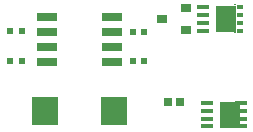
<source format=gtp>
G04*
G04 #@! TF.GenerationSoftware,Altium Limited,Altium Designer,22.3.1 (43)*
G04*
G04 Layer_Color=8421504*
%FSLAX25Y25*%
%MOIN*%
G70*
G04*
G04 #@! TF.SameCoordinates,C5F4699D-FB43-4DF1-913B-A25CA7802ECB*
G04*
G04*
G04 #@! TF.FilePolarity,Positive*
G04*
G01*
G75*
%ADD12R,0.00984X0.00303*%
%ADD13R,0.06791X0.08799*%
%ADD14R,0.02008X0.01595*%
%ADD15R,0.03898X0.01595*%
%ADD16R,0.03543X0.03150*%
%ADD17R,0.07008X0.02835*%
%ADD18R,0.08661X0.09252*%
%ADD19R,0.02165X0.02165*%
%ADD20R,0.02362X0.02362*%
%ADD21R,0.02992X0.02835*%
D12*
X36122Y11197D02*
D03*
Y20299D02*
D03*
D13*
X33220Y15756D02*
D03*
X34567Y-16181D02*
D03*
D14*
X37618Y19654D02*
D03*
Y17055D02*
D03*
Y14457D02*
D03*
Y11858D02*
D03*
D15*
X25374D02*
D03*
Y14457D02*
D03*
Y17055D02*
D03*
Y19654D02*
D03*
X26722Y-12284D02*
D03*
Y-14882D02*
D03*
Y-17480D02*
D03*
Y-20079D02*
D03*
X38022D02*
D03*
Y-17480D02*
D03*
Y-14882D02*
D03*
Y-12284D02*
D03*
D16*
X19685Y19488D02*
D03*
Y12008D02*
D03*
X11811Y15748D02*
D03*
D17*
X-26713Y16555D02*
D03*
Y11555D02*
D03*
Y6555D02*
D03*
Y1555D02*
D03*
X-4783Y16555D02*
D03*
Y11555D02*
D03*
Y6555D02*
D03*
Y1555D02*
D03*
D18*
X-27264Y-14961D02*
D03*
X-4232D02*
D03*
D19*
X5709Y1575D02*
D03*
X2165D02*
D03*
X5709Y11417D02*
D03*
X2165D02*
D03*
D20*
X-39075Y11811D02*
D03*
X-34941D02*
D03*
X-39075Y1575D02*
D03*
X-34941D02*
D03*
D21*
X13819Y-11811D02*
D03*
X17677D02*
D03*
M02*

</source>
